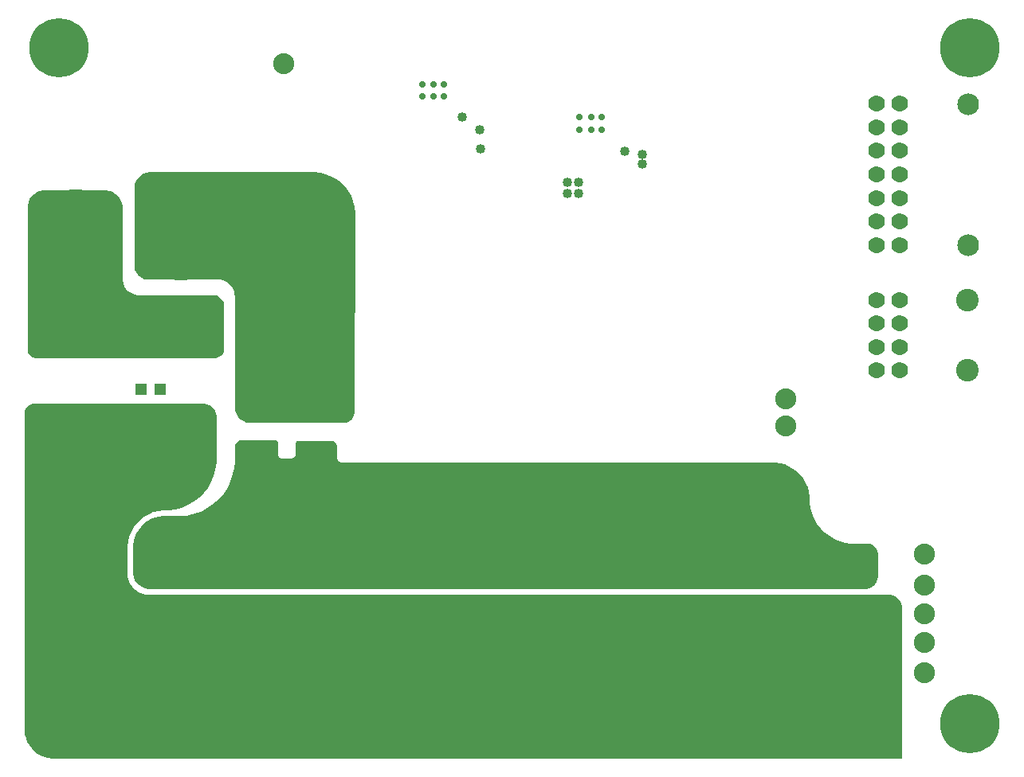
<source format=gbs>
G04*
G04 #@! TF.GenerationSoftware,Altium Limited,Altium Designer,19.1.7 (138)*
G04*
G04 Layer_Color=16711935*
%FSLAX25Y25*%
%MOIN*%
G70*
G01*
G75*
%ADD74C,0.08800*%
%ADD75C,0.06942*%
%ADD76C,0.09461*%
%ADD77C,0.11824*%
%ADD78C,0.14580*%
%ADD79C,0.38202*%
%ADD80C,0.09068*%
%ADD81C,0.24816*%
%ADD82C,0.04000*%
%ADD116R,0.04737X0.04737*%
%ADD117C,0.02800*%
G36*
X226946Y348281D02*
X229237Y347667D01*
X231428Y346760D01*
X233482Y345574D01*
X235363Y344130D01*
X237040Y342453D01*
X238483Y340572D01*
X239669Y338518D01*
X240577Y336327D01*
X241190Y334037D01*
X241500Y331685D01*
X241500Y330500D01*
X241500Y330500D01*
X241044Y248056D01*
X241041Y247606D01*
X240861Y246725D01*
X240514Y245896D01*
X240012Y245150D01*
X239374Y244516D01*
X238625Y244018D01*
X237794Y243675D01*
X236912Y243500D01*
X236462Y243500D01*
X236462Y243500D01*
X198000Y243500D01*
X197310Y243500D01*
X195958Y243769D01*
X194684Y244297D01*
X193538Y245063D01*
X192563Y246038D01*
X191797Y247184D01*
X191269Y248458D01*
X191000Y249811D01*
X191000Y250500D01*
X191000Y250500D01*
Y296500D01*
X190966Y297186D01*
X190699Y298532D01*
X190173Y299800D01*
X189411Y300941D01*
X188441Y301911D01*
X187300Y302674D01*
X186032Y303199D01*
X184686Y303466D01*
X184000Y303500D01*
X184000Y303500D01*
X155000D01*
X154409Y303500D01*
X153250Y303731D01*
X152158Y304183D01*
X151175Y304839D01*
X150339Y305675D01*
X149683Y306658D01*
X149231Y307750D01*
X149000Y308909D01*
X149000Y309500D01*
Y309500D01*
Y341500D01*
X149000Y342198D01*
X149273Y343568D01*
X149807Y344859D01*
X150583Y346020D01*
X151570Y347007D01*
X152732Y347783D01*
X154022Y348318D01*
X155392Y348590D01*
X156090Y348590D01*
X156090Y348590D01*
X223409Y348590D01*
X224595Y348590D01*
X226946Y348281D01*
D02*
G37*
G36*
X138688Y340712D02*
X140053Y340146D01*
X141281Y339326D01*
X142326Y338281D01*
X143146Y337053D01*
X143712Y335688D01*
X144000Y334239D01*
X144000Y333500D01*
X144000Y333500D01*
Y304000D01*
X144034Y303314D01*
X144301Y301968D01*
X144826Y300700D01*
X145589Y299559D01*
X146559Y298589D01*
X147700Y297827D01*
X148968Y297301D01*
X150314Y297034D01*
X151000Y297000D01*
X151000D01*
X182000Y297000D01*
X182443Y297000D01*
X183313Y296827D01*
X184132Y296488D01*
X184869Y295995D01*
X185495Y295369D01*
X185988Y294632D01*
X186327Y293813D01*
X186500Y292943D01*
X186500Y292500D01*
X186500Y292500D01*
X186500Y274403D01*
X186500Y274040D01*
X186358Y273329D01*
X186081Y272659D01*
X185678Y272056D01*
X185165Y271543D01*
X184562Y271140D01*
X183892Y270862D01*
X183180Y270720D01*
X182817Y270721D01*
X107780D01*
X107457Y270721D01*
X106823Y270847D01*
X106226Y271094D01*
X105689Y271453D01*
X105232Y271909D01*
X104873Y272447D01*
X104626Y273043D01*
X104500Y273677D01*
X104500Y274000D01*
X104500Y274000D01*
Y334000D01*
X104500Y334689D01*
X104769Y336042D01*
X105297Y337316D01*
X106063Y338462D01*
X107038Y339437D01*
X108184Y340203D01*
X109458Y340731D01*
X110810Y341000D01*
X111500Y341000D01*
X111500Y341000D01*
X136500Y341000D01*
X137239Y341000D01*
X138688Y340712D01*
D02*
G37*
G36*
X178000Y251500D02*
X178523Y251500D01*
X179550Y251296D01*
X180516Y250895D01*
X181386Y250314D01*
X182126Y249574D01*
X182708Y248704D01*
X183108Y247737D01*
X183312Y246711D01*
X183312Y246187D01*
X183312D01*
X183313Y228203D01*
X183313Y226815D01*
X182950Y224063D01*
X182232Y221382D01*
X181170Y218818D01*
X179782Y216414D01*
X178092Y214212D01*
X176129Y212249D01*
X173927Y210559D01*
X171524Y209171D01*
X168959Y208109D01*
X166278Y207391D01*
X163526Y207029D01*
X162138Y207029D01*
X162138Y207029D01*
X162138Y207029D01*
X161083Y206994D01*
X158990Y206718D01*
X156951Y206172D01*
X155000Y205364D01*
X153172Y204309D01*
X151497Y203024D01*
X150005Y201531D01*
X148720Y199856D01*
X147664Y198028D01*
X146856Y196078D01*
X146310Y194039D01*
X146035Y191946D01*
X146000Y190890D01*
X146000D01*
Y190890D01*
X146000Y190890D01*
Y180600D01*
X146044Y179711D01*
X146391Y177967D01*
X147071Y176324D01*
X148059Y174845D01*
X149317Y173588D01*
X150795Y172600D01*
X152438Y171919D01*
X154183Y171572D01*
X155072Y171529D01*
X464971Y171528D01*
X465467Y171529D01*
X466438Y171335D01*
X467353Y170956D01*
X468177Y170406D01*
X468877Y169705D01*
X469428Y168882D01*
X469807Y167967D01*
X470000Y166995D01*
X470000Y166500D01*
X470000Y166500D01*
X470000Y166500D01*
Y103029D01*
X115471Y103029D01*
X114654Y103029D01*
X113033Y103242D01*
X111454Y103665D01*
X109944Y104291D01*
X108528Y105108D01*
X107231Y106103D01*
X106075Y107259D01*
X105079Y108556D01*
X104262Y109972D01*
X103637Y111483D01*
X103213Y113062D01*
X103000Y114683D01*
X103000Y115500D01*
X103000Y115500D01*
Y247500D01*
Y247894D01*
X103154Y248667D01*
X103455Y249395D01*
X103893Y250050D01*
X104450Y250607D01*
X105105Y251045D01*
X105833Y251346D01*
X106606Y251500D01*
X107000Y251500D01*
X107000Y251500D01*
X178000Y251500D01*
D02*
G37*
G36*
X208622Y236240D02*
X208867Y235994D01*
X209000Y235673D01*
X209000Y235500D01*
X209000Y235500D01*
Y230500D01*
X209038Y230110D01*
X209337Y229389D01*
X209889Y228837D01*
X210610Y228538D01*
X211000Y228500D01*
X211000Y228500D01*
X214500Y228500D01*
X214890Y228538D01*
X215611Y228837D01*
X216163Y229389D01*
X216461Y230110D01*
X216500Y230500D01*
X216500Y230500D01*
Y235000D01*
Y235199D01*
X216652Y235566D01*
X216933Y235847D01*
X217301Y236000D01*
X217500Y236000D01*
X217500Y236000D01*
X231500Y236000D01*
X231975Y236000D01*
X232854Y235636D01*
X233526Y234964D01*
X233890Y234085D01*
X233890Y233610D01*
X233890Y233610D01*
Y229110D01*
X233930Y228698D01*
X234245Y227938D01*
X234827Y227356D01*
X235588Y227041D01*
X236000Y227000D01*
X236000D01*
X416000Y227000D01*
X417016Y227000D01*
X419030Y226735D01*
X420993Y226209D01*
X422870Y225431D01*
X424630Y224415D01*
X426242Y223179D01*
X427678Y221742D01*
X428915Y220130D01*
X429931Y218370D01*
X430709Y216493D01*
X431235Y214530D01*
X431500Y212516D01*
X431500Y211500D01*
X431500Y211500D01*
X431540Y210290D01*
X431855Y207891D01*
X432482Y205553D01*
X433408Y203318D01*
X434618Y201222D01*
X436091Y199302D01*
X437802Y197591D01*
X439722Y196118D01*
X441818Y194908D01*
X444053Y193982D01*
X446391Y193356D01*
X448790Y193040D01*
X450000Y193000D01*
X450000D01*
X455500Y193000D01*
X455943D01*
X456813Y192827D01*
X457631Y192488D01*
X458369Y191995D01*
X458995Y191369D01*
X459488Y190631D01*
X459827Y189813D01*
X460000Y188943D01*
X460000Y188500D01*
X460000Y188500D01*
X460000Y179500D01*
Y178958D01*
X459789Y177896D01*
X459374Y176895D01*
X458772Y175994D01*
X458006Y175228D01*
X457105Y174626D01*
X456104Y174211D01*
X455042Y174000D01*
X155500D01*
X154811Y174000D01*
X153458Y174269D01*
X152184Y174797D01*
X151038Y175563D01*
X150063Y176538D01*
X149297Y177684D01*
X148769Y178958D01*
X148500Y180310D01*
X148500Y181000D01*
Y181000D01*
X148500Y191439D01*
Y192295D01*
X148723Y193993D01*
X149167Y195647D01*
X149822Y197228D01*
X150678Y198711D01*
X151720Y200069D01*
X152931Y201280D01*
X154289Y202322D01*
X155772Y203178D01*
X157353Y203833D01*
X159007Y204276D01*
X160705Y204500D01*
X161561D01*
X161561Y204500D01*
X167500Y204500D01*
X168653Y204528D01*
X170948Y204754D01*
X173210Y205204D01*
X175417Y205874D01*
X177548Y206756D01*
X179581Y207843D01*
X181499Y209125D01*
X183282Y210588D01*
X184912Y212218D01*
X186375Y214001D01*
X187657Y215919D01*
X188744Y217952D01*
X189626Y220083D01*
X190296Y222290D01*
X190746Y224552D01*
X190972Y226847D01*
X191000Y228000D01*
X191000Y228000D01*
Y233361D01*
Y233657D01*
X191116Y234239D01*
X191343Y234787D01*
X191672Y235281D01*
X192092Y235700D01*
X192585Y236030D01*
X193133Y236257D01*
X193715Y236373D01*
X194012Y236373D01*
X194012Y236373D01*
X208127Y236373D01*
X208301D01*
X208622Y236240D01*
D02*
G37*
D74*
X479500Y175611D02*
D03*
X421351Y253750D02*
D03*
X211500Y394000D02*
D03*
X118500Y153500D02*
D03*
X479500Y139000D02*
D03*
X118500Y142000D02*
D03*
X479500Y188500D02*
D03*
Y163500D02*
D03*
X421351Y242250D02*
D03*
X479500Y151500D02*
D03*
D75*
X469232Y275342D02*
D03*
Y285185D02*
D03*
X459390Y295028D02*
D03*
Y285185D02*
D03*
Y275342D02*
D03*
X469232Y295028D02*
D03*
Y265500D02*
D03*
X459390D02*
D03*
Y377136D02*
D03*
Y367294D02*
D03*
Y357451D02*
D03*
Y347609D02*
D03*
Y337766D02*
D03*
Y327924D02*
D03*
Y318081D02*
D03*
X469232Y377136D02*
D03*
Y367294D02*
D03*
Y357451D02*
D03*
Y347609D02*
D03*
Y337766D02*
D03*
Y327924D02*
D03*
Y318081D02*
D03*
D76*
X497500Y295028D02*
D03*
Y265500D02*
D03*
D77*
X198000Y162598D02*
D03*
Y184252D02*
D03*
X155000Y162598D02*
D03*
Y184252D02*
D03*
X284000Y162598D02*
D03*
Y184252D02*
D03*
X241000Y162598D02*
D03*
Y184252D02*
D03*
X369500Y162598D02*
D03*
Y184252D02*
D03*
X327000Y162598D02*
D03*
Y184252D02*
D03*
X453500Y162598D02*
D03*
Y184252D02*
D03*
X411500Y162598D02*
D03*
Y184252D02*
D03*
D78*
X198000Y133858D02*
D03*
X155000D02*
D03*
X284000D02*
D03*
X241000D02*
D03*
X369500D02*
D03*
X327000D02*
D03*
X453500D02*
D03*
X411500D02*
D03*
D79*
X168500Y322250D02*
D03*
X124500D02*
D03*
D80*
X497677Y317884D02*
D03*
Y376841D02*
D03*
D81*
X498500Y400500D02*
D03*
X117500D02*
D03*
X498500Y117500D02*
D03*
X117500D02*
D03*
D82*
X330250Y339545D02*
D03*
Y344250D02*
D03*
X334776Y339545D02*
D03*
Y344130D02*
D03*
X361482Y352000D02*
D03*
X286080Y371559D02*
D03*
X293917Y358250D02*
D03*
X293542Y366441D02*
D03*
X354143Y357406D02*
D03*
X361482Y356000D02*
D03*
D116*
X159856Y257500D02*
D03*
X151856D02*
D03*
D117*
X269338Y385309D02*
D03*
X278393Y380191D02*
D03*
X278393Y385309D02*
D03*
X274063D02*
D03*
X269338Y380191D02*
D03*
X274063D02*
D03*
X340000Y366441D02*
D03*
X335276D02*
D03*
X340000Y371559D02*
D03*
X344331D02*
D03*
X344331Y366441D02*
D03*
X335276Y371559D02*
D03*
M02*

</source>
